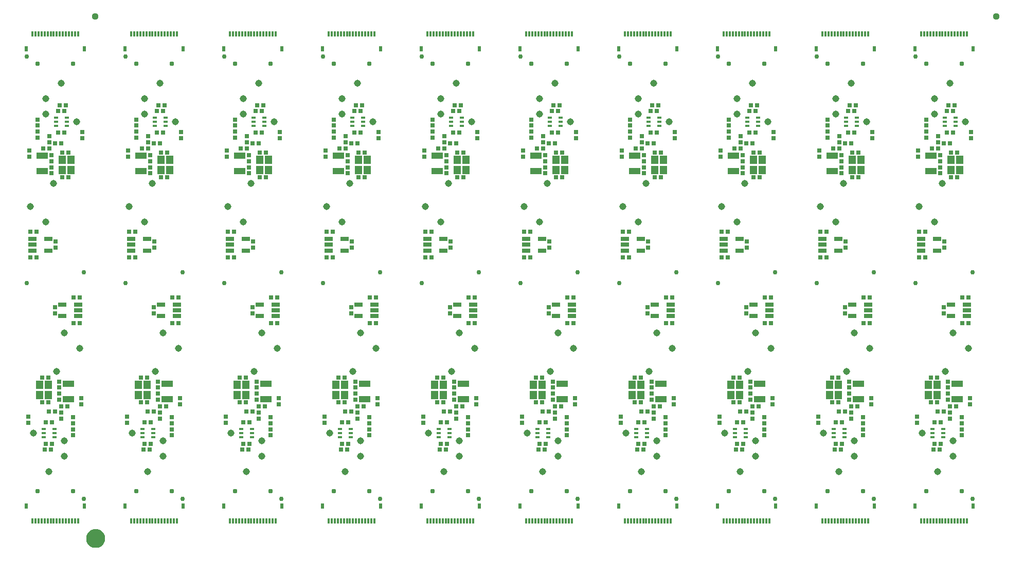
<source format=gbs>
G04 EAGLE Gerber RS-274X export*
G75*
%MOMM*%
%FSLAX34Y34*%
%LPD*%
%INSoldermask Bottom*%
%IPPOS*%
%AMOC8*
5,1,8,0,0,1.08239X$1,22.5*%
G01*
%ADD10C,0.762000*%
%ADD11R,0.427000X0.927000*%
%ADD12R,0.527000X0.927000*%
%ADD13R,0.727000X0.727000*%
%ADD14R,1.227000X1.327000*%
%ADD15R,0.787000X0.427000*%
%ADD16R,1.927000X1.127000*%
%ADD17C,0.777000*%
%ADD18C,1.143000*%
%ADD19R,1.327000X0.677000*%
%ADD20C,1.127000*%
%ADD21C,1.270000*%
%ADD22C,1.627000*%


D10*
X100330Y44450D03*
X6350Y400050D03*
D11*
X15840Y7455D03*
X20840Y7455D03*
D12*
X5840Y32455D03*
X100840Y32455D03*
D11*
X25840Y7455D03*
X30840Y7455D03*
X35840Y7455D03*
X40840Y7455D03*
X45840Y7455D03*
X50840Y7455D03*
X55840Y7455D03*
X60840Y7455D03*
X65840Y7455D03*
X70840Y7455D03*
X75840Y7455D03*
X80840Y7455D03*
X85840Y7455D03*
X90840Y7455D03*
D13*
X72945Y196215D03*
X62945Y196215D03*
D14*
X27825Y214980D03*
X27825Y231980D03*
X41825Y231980D03*
X41825Y214980D03*
D13*
X31830Y243840D03*
X41830Y243840D03*
X41830Y203200D03*
X31830Y203200D03*
X82233Y168673D03*
X82233Y178673D03*
X95885Y199788D03*
X95885Y209788D03*
X38180Y134620D03*
X48180Y134620D03*
X48180Y170180D03*
X38180Y170180D03*
X8573Y179308D03*
X8573Y169308D03*
X62865Y186293D03*
X62865Y176293D03*
X53260Y188278D03*
X43260Y188278D03*
D15*
X52380Y158900D03*
X33980Y152400D03*
X33980Y145900D03*
X33980Y158900D03*
X52380Y152400D03*
X52380Y145900D03*
D16*
X74930Y208480D03*
X74930Y233480D03*
D13*
X59690Y217725D03*
X59690Y207725D03*
X59690Y227410D03*
X59690Y237410D03*
X46275Y125095D03*
X36275Y125095D03*
X82233Y158670D03*
X82233Y148670D03*
D17*
X24440Y56670D03*
X82240Y56670D03*
D13*
X52705Y359965D03*
X52705Y349965D03*
X93900Y375920D03*
X83900Y375920D03*
X83900Y333375D03*
X93900Y333375D03*
D18*
X68580Y139700D03*
X68580Y114300D03*
X55880Y254000D03*
X17780Y152400D03*
X43180Y88900D03*
X93980Y292100D03*
D19*
X91106Y364465D03*
X91106Y354965D03*
X91106Y345465D03*
X65104Y345465D03*
X65104Y364465D03*
D18*
X68580Y317500D03*
D10*
X262890Y44450D03*
X168910Y400050D03*
D11*
X178400Y7455D03*
X183400Y7455D03*
D12*
X168400Y32455D03*
X263400Y32455D03*
D11*
X188400Y7455D03*
X193400Y7455D03*
X198400Y7455D03*
X203400Y7455D03*
X208400Y7455D03*
X213400Y7455D03*
X218400Y7455D03*
X223400Y7455D03*
X228400Y7455D03*
X233400Y7455D03*
X238400Y7455D03*
X243400Y7455D03*
X248400Y7455D03*
X253400Y7455D03*
D13*
X235505Y196215D03*
X225505Y196215D03*
D14*
X190385Y214980D03*
X190385Y231980D03*
X204385Y231980D03*
X204385Y214980D03*
D13*
X194390Y243840D03*
X204390Y243840D03*
X204390Y203200D03*
X194390Y203200D03*
X244793Y168673D03*
X244793Y178673D03*
X258445Y199788D03*
X258445Y209788D03*
X200740Y134620D03*
X210740Y134620D03*
X210740Y170180D03*
X200740Y170180D03*
X171133Y179308D03*
X171133Y169308D03*
X225425Y186293D03*
X225425Y176293D03*
X215820Y188278D03*
X205820Y188278D03*
D15*
X214940Y158900D03*
X196540Y152400D03*
X196540Y145900D03*
X196540Y158900D03*
X214940Y152400D03*
X214940Y145900D03*
D16*
X237490Y208480D03*
X237490Y233480D03*
D13*
X222250Y217725D03*
X222250Y207725D03*
X222250Y227410D03*
X222250Y237410D03*
X208835Y125095D03*
X198835Y125095D03*
X244793Y158670D03*
X244793Y148670D03*
D17*
X187000Y56670D03*
X244800Y56670D03*
D13*
X215265Y359965D03*
X215265Y349965D03*
X256460Y375920D03*
X246460Y375920D03*
X246460Y333375D03*
X256460Y333375D03*
D18*
X231140Y139700D03*
X231140Y114300D03*
X218440Y254000D03*
X180340Y152400D03*
X205740Y88900D03*
X256540Y292100D03*
D19*
X253666Y364465D03*
X253666Y354965D03*
X253666Y345465D03*
X227664Y345465D03*
X227664Y364465D03*
D18*
X231140Y317500D03*
D10*
X425450Y44450D03*
X331470Y400050D03*
D11*
X340960Y7455D03*
X345960Y7455D03*
D12*
X330960Y32455D03*
X425960Y32455D03*
D11*
X350960Y7455D03*
X355960Y7455D03*
X360960Y7455D03*
X365960Y7455D03*
X370960Y7455D03*
X375960Y7455D03*
X380960Y7455D03*
X385960Y7455D03*
X390960Y7455D03*
X395960Y7455D03*
X400960Y7455D03*
X405960Y7455D03*
X410960Y7455D03*
X415960Y7455D03*
D13*
X398065Y196215D03*
X388065Y196215D03*
D14*
X352945Y214980D03*
X352945Y231980D03*
X366945Y231980D03*
X366945Y214980D03*
D13*
X356950Y243840D03*
X366950Y243840D03*
X366950Y203200D03*
X356950Y203200D03*
X407353Y168673D03*
X407353Y178673D03*
X421005Y199788D03*
X421005Y209788D03*
X363300Y134620D03*
X373300Y134620D03*
X373300Y170180D03*
X363300Y170180D03*
X333693Y179308D03*
X333693Y169308D03*
X387985Y186293D03*
X387985Y176293D03*
X378380Y188278D03*
X368380Y188278D03*
D15*
X377500Y158900D03*
X359100Y152400D03*
X359100Y145900D03*
X359100Y158900D03*
X377500Y152400D03*
X377500Y145900D03*
D16*
X400050Y208480D03*
X400050Y233480D03*
D13*
X384810Y217725D03*
X384810Y207725D03*
X384810Y227410D03*
X384810Y237410D03*
X371395Y125095D03*
X361395Y125095D03*
X407353Y158670D03*
X407353Y148670D03*
D17*
X349560Y56670D03*
X407360Y56670D03*
D13*
X377825Y359965D03*
X377825Y349965D03*
X419020Y375920D03*
X409020Y375920D03*
X409020Y333375D03*
X419020Y333375D03*
D18*
X393700Y139700D03*
X393700Y114300D03*
X381000Y254000D03*
X342900Y152400D03*
X368300Y88900D03*
X419100Y292100D03*
D19*
X416226Y364465D03*
X416226Y354965D03*
X416226Y345465D03*
X390224Y345465D03*
X390224Y364465D03*
D18*
X393700Y317500D03*
D10*
X588010Y44450D03*
X494030Y400050D03*
D11*
X503520Y7455D03*
X508520Y7455D03*
D12*
X493520Y32455D03*
X588520Y32455D03*
D11*
X513520Y7455D03*
X518520Y7455D03*
X523520Y7455D03*
X528520Y7455D03*
X533520Y7455D03*
X538520Y7455D03*
X543520Y7455D03*
X548520Y7455D03*
X553520Y7455D03*
X558520Y7455D03*
X563520Y7455D03*
X568520Y7455D03*
X573520Y7455D03*
X578520Y7455D03*
D13*
X560625Y196215D03*
X550625Y196215D03*
D14*
X515505Y214980D03*
X515505Y231980D03*
X529505Y231980D03*
X529505Y214980D03*
D13*
X519510Y243840D03*
X529510Y243840D03*
X529510Y203200D03*
X519510Y203200D03*
X569913Y168673D03*
X569913Y178673D03*
X583565Y199788D03*
X583565Y209788D03*
X525860Y134620D03*
X535860Y134620D03*
X535860Y170180D03*
X525860Y170180D03*
X496253Y179308D03*
X496253Y169308D03*
X550545Y186293D03*
X550545Y176293D03*
X540940Y188278D03*
X530940Y188278D03*
D15*
X540060Y158900D03*
X521660Y152400D03*
X521660Y145900D03*
X521660Y158900D03*
X540060Y152400D03*
X540060Y145900D03*
D16*
X562610Y208480D03*
X562610Y233480D03*
D13*
X547370Y217725D03*
X547370Y207725D03*
X547370Y227410D03*
X547370Y237410D03*
X533955Y125095D03*
X523955Y125095D03*
X569913Y158670D03*
X569913Y148670D03*
D17*
X512120Y56670D03*
X569920Y56670D03*
D13*
X540385Y359965D03*
X540385Y349965D03*
X581580Y375920D03*
X571580Y375920D03*
X571580Y333375D03*
X581580Y333375D03*
D18*
X556260Y139700D03*
X556260Y114300D03*
X543560Y254000D03*
X505460Y152400D03*
X530860Y88900D03*
X581660Y292100D03*
D19*
X578786Y364465D03*
X578786Y354965D03*
X578786Y345465D03*
X552784Y345465D03*
X552784Y364465D03*
D18*
X556260Y317500D03*
D10*
X750570Y44450D03*
X656590Y400050D03*
D11*
X666080Y7455D03*
X671080Y7455D03*
D12*
X656080Y32455D03*
X751080Y32455D03*
D11*
X676080Y7455D03*
X681080Y7455D03*
X686080Y7455D03*
X691080Y7455D03*
X696080Y7455D03*
X701080Y7455D03*
X706080Y7455D03*
X711080Y7455D03*
X716080Y7455D03*
X721080Y7455D03*
X726080Y7455D03*
X731080Y7455D03*
X736080Y7455D03*
X741080Y7455D03*
D13*
X723185Y196215D03*
X713185Y196215D03*
D14*
X678065Y214980D03*
X678065Y231980D03*
X692065Y231980D03*
X692065Y214980D03*
D13*
X682070Y243840D03*
X692070Y243840D03*
X692070Y203200D03*
X682070Y203200D03*
X732473Y168673D03*
X732473Y178673D03*
X746125Y199788D03*
X746125Y209788D03*
X688420Y134620D03*
X698420Y134620D03*
X698420Y170180D03*
X688420Y170180D03*
X658813Y179308D03*
X658813Y169308D03*
X713105Y186293D03*
X713105Y176293D03*
X703500Y188278D03*
X693500Y188278D03*
D15*
X702620Y158900D03*
X684220Y152400D03*
X684220Y145900D03*
X684220Y158900D03*
X702620Y152400D03*
X702620Y145900D03*
D16*
X725170Y208480D03*
X725170Y233480D03*
D13*
X709930Y217725D03*
X709930Y207725D03*
X709930Y227410D03*
X709930Y237410D03*
X696515Y125095D03*
X686515Y125095D03*
X732473Y158670D03*
X732473Y148670D03*
D17*
X674680Y56670D03*
X732480Y56670D03*
D13*
X702945Y359965D03*
X702945Y349965D03*
X744140Y375920D03*
X734140Y375920D03*
X734140Y333375D03*
X744140Y333375D03*
D18*
X718820Y139700D03*
X718820Y114300D03*
X706120Y254000D03*
X668020Y152400D03*
X693420Y88900D03*
X744220Y292100D03*
D19*
X741346Y364465D03*
X741346Y354965D03*
X741346Y345465D03*
X715344Y345465D03*
X715344Y364465D03*
D18*
X718820Y317500D03*
D10*
X913130Y44450D03*
X819150Y400050D03*
D11*
X828640Y7455D03*
X833640Y7455D03*
D12*
X818640Y32455D03*
X913640Y32455D03*
D11*
X838640Y7455D03*
X843640Y7455D03*
X848640Y7455D03*
X853640Y7455D03*
X858640Y7455D03*
X863640Y7455D03*
X868640Y7455D03*
X873640Y7455D03*
X878640Y7455D03*
X883640Y7455D03*
X888640Y7455D03*
X893640Y7455D03*
X898640Y7455D03*
X903640Y7455D03*
D13*
X885745Y196215D03*
X875745Y196215D03*
D14*
X840625Y214980D03*
X840625Y231980D03*
X854625Y231980D03*
X854625Y214980D03*
D13*
X844630Y243840D03*
X854630Y243840D03*
X854630Y203200D03*
X844630Y203200D03*
X895033Y168673D03*
X895033Y178673D03*
X908685Y199788D03*
X908685Y209788D03*
X850980Y134620D03*
X860980Y134620D03*
X860980Y170180D03*
X850980Y170180D03*
X821373Y179308D03*
X821373Y169308D03*
X875665Y186293D03*
X875665Y176293D03*
X866060Y188278D03*
X856060Y188278D03*
D15*
X865180Y158900D03*
X846780Y152400D03*
X846780Y145900D03*
X846780Y158900D03*
X865180Y152400D03*
X865180Y145900D03*
D16*
X887730Y208480D03*
X887730Y233480D03*
D13*
X872490Y217725D03*
X872490Y207725D03*
X872490Y227410D03*
X872490Y237410D03*
X859075Y125095D03*
X849075Y125095D03*
X895033Y158670D03*
X895033Y148670D03*
D17*
X837240Y56670D03*
X895040Y56670D03*
D13*
X865505Y359965D03*
X865505Y349965D03*
X906700Y375920D03*
X896700Y375920D03*
X896700Y333375D03*
X906700Y333375D03*
D18*
X881380Y139700D03*
X881380Y114300D03*
X868680Y254000D03*
X830580Y152400D03*
X855980Y88900D03*
X906780Y292100D03*
D19*
X903906Y364465D03*
X903906Y354965D03*
X903906Y345465D03*
X877904Y345465D03*
X877904Y364465D03*
D18*
X881380Y317500D03*
D10*
X1075690Y44450D03*
X981710Y400050D03*
D11*
X991200Y7455D03*
X996200Y7455D03*
D12*
X981200Y32455D03*
X1076200Y32455D03*
D11*
X1001200Y7455D03*
X1006200Y7455D03*
X1011200Y7455D03*
X1016200Y7455D03*
X1021200Y7455D03*
X1026200Y7455D03*
X1031200Y7455D03*
X1036200Y7455D03*
X1041200Y7455D03*
X1046200Y7455D03*
X1051200Y7455D03*
X1056200Y7455D03*
X1061200Y7455D03*
X1066200Y7455D03*
D13*
X1048305Y196215D03*
X1038305Y196215D03*
D14*
X1003185Y214980D03*
X1003185Y231980D03*
X1017185Y231980D03*
X1017185Y214980D03*
D13*
X1007190Y243840D03*
X1017190Y243840D03*
X1017190Y203200D03*
X1007190Y203200D03*
X1057593Y168673D03*
X1057593Y178673D03*
X1071245Y199788D03*
X1071245Y209788D03*
X1013540Y134620D03*
X1023540Y134620D03*
X1023540Y170180D03*
X1013540Y170180D03*
X983933Y179308D03*
X983933Y169308D03*
X1038225Y186293D03*
X1038225Y176293D03*
X1028620Y188278D03*
X1018620Y188278D03*
D15*
X1027740Y158900D03*
X1009340Y152400D03*
X1009340Y145900D03*
X1009340Y158900D03*
X1027740Y152400D03*
X1027740Y145900D03*
D16*
X1050290Y208480D03*
X1050290Y233480D03*
D13*
X1035050Y217725D03*
X1035050Y207725D03*
X1035050Y227410D03*
X1035050Y237410D03*
X1021635Y125095D03*
X1011635Y125095D03*
X1057593Y158670D03*
X1057593Y148670D03*
D17*
X999800Y56670D03*
X1057600Y56670D03*
D13*
X1028065Y359965D03*
X1028065Y349965D03*
X1069260Y375920D03*
X1059260Y375920D03*
X1059260Y333375D03*
X1069260Y333375D03*
D18*
X1043940Y139700D03*
X1043940Y114300D03*
X1031240Y254000D03*
X993140Y152400D03*
X1018540Y88900D03*
X1069340Y292100D03*
D19*
X1066466Y364465D03*
X1066466Y354965D03*
X1066466Y345465D03*
X1040464Y345465D03*
X1040464Y364465D03*
D18*
X1043940Y317500D03*
D10*
X1238250Y44450D03*
X1144270Y400050D03*
D11*
X1153760Y7455D03*
X1158760Y7455D03*
D12*
X1143760Y32455D03*
X1238760Y32455D03*
D11*
X1163760Y7455D03*
X1168760Y7455D03*
X1173760Y7455D03*
X1178760Y7455D03*
X1183760Y7455D03*
X1188760Y7455D03*
X1193760Y7455D03*
X1198760Y7455D03*
X1203760Y7455D03*
X1208760Y7455D03*
X1213760Y7455D03*
X1218760Y7455D03*
X1223760Y7455D03*
X1228760Y7455D03*
D13*
X1210865Y196215D03*
X1200865Y196215D03*
D14*
X1165745Y214980D03*
X1165745Y231980D03*
X1179745Y231980D03*
X1179745Y214980D03*
D13*
X1169750Y243840D03*
X1179750Y243840D03*
X1179750Y203200D03*
X1169750Y203200D03*
X1220153Y168673D03*
X1220153Y178673D03*
X1233805Y199788D03*
X1233805Y209788D03*
X1176100Y134620D03*
X1186100Y134620D03*
X1186100Y170180D03*
X1176100Y170180D03*
X1146493Y179308D03*
X1146493Y169308D03*
X1200785Y186293D03*
X1200785Y176293D03*
X1191180Y188278D03*
X1181180Y188278D03*
D15*
X1190300Y158900D03*
X1171900Y152400D03*
X1171900Y145900D03*
X1171900Y158900D03*
X1190300Y152400D03*
X1190300Y145900D03*
D16*
X1212850Y208480D03*
X1212850Y233480D03*
D13*
X1197610Y217725D03*
X1197610Y207725D03*
X1197610Y227410D03*
X1197610Y237410D03*
X1184195Y125095D03*
X1174195Y125095D03*
X1220153Y158670D03*
X1220153Y148670D03*
D17*
X1162360Y56670D03*
X1220160Y56670D03*
D13*
X1190625Y359965D03*
X1190625Y349965D03*
X1231820Y375920D03*
X1221820Y375920D03*
X1221820Y333375D03*
X1231820Y333375D03*
D18*
X1206500Y139700D03*
X1206500Y114300D03*
X1193800Y254000D03*
X1155700Y152400D03*
X1181100Y88900D03*
X1231900Y292100D03*
D19*
X1229026Y364465D03*
X1229026Y354965D03*
X1229026Y345465D03*
X1203024Y345465D03*
X1203024Y364465D03*
D18*
X1206500Y317500D03*
D10*
X1400810Y44450D03*
X1306830Y400050D03*
D11*
X1316320Y7455D03*
X1321320Y7455D03*
D12*
X1306320Y32455D03*
X1401320Y32455D03*
D11*
X1326320Y7455D03*
X1331320Y7455D03*
X1336320Y7455D03*
X1341320Y7455D03*
X1346320Y7455D03*
X1351320Y7455D03*
X1356320Y7455D03*
X1361320Y7455D03*
X1366320Y7455D03*
X1371320Y7455D03*
X1376320Y7455D03*
X1381320Y7455D03*
X1386320Y7455D03*
X1391320Y7455D03*
D13*
X1373425Y196215D03*
X1363425Y196215D03*
D14*
X1328305Y214980D03*
X1328305Y231980D03*
X1342305Y231980D03*
X1342305Y214980D03*
D13*
X1332310Y243840D03*
X1342310Y243840D03*
X1342310Y203200D03*
X1332310Y203200D03*
X1382713Y168673D03*
X1382713Y178673D03*
X1396365Y199788D03*
X1396365Y209788D03*
X1338660Y134620D03*
X1348660Y134620D03*
X1348660Y170180D03*
X1338660Y170180D03*
X1309053Y179308D03*
X1309053Y169308D03*
X1363345Y186293D03*
X1363345Y176293D03*
X1353740Y188278D03*
X1343740Y188278D03*
D15*
X1352860Y158900D03*
X1334460Y152400D03*
X1334460Y145900D03*
X1334460Y158900D03*
X1352860Y152400D03*
X1352860Y145900D03*
D16*
X1375410Y208480D03*
X1375410Y233480D03*
D13*
X1360170Y217725D03*
X1360170Y207725D03*
X1360170Y227410D03*
X1360170Y237410D03*
X1346755Y125095D03*
X1336755Y125095D03*
X1382713Y158670D03*
X1382713Y148670D03*
D17*
X1324920Y56670D03*
X1382720Y56670D03*
D13*
X1353185Y359965D03*
X1353185Y349965D03*
X1394380Y375920D03*
X1384380Y375920D03*
X1384380Y333375D03*
X1394380Y333375D03*
D18*
X1369060Y139700D03*
X1369060Y114300D03*
X1356360Y254000D03*
X1318260Y152400D03*
X1343660Y88900D03*
X1394460Y292100D03*
D19*
X1391586Y364465D03*
X1391586Y354965D03*
X1391586Y345465D03*
X1365584Y345465D03*
X1365584Y364465D03*
D18*
X1369060Y317500D03*
D10*
X1563370Y44450D03*
X1469390Y400050D03*
D11*
X1478880Y7455D03*
X1483880Y7455D03*
D12*
X1468880Y32455D03*
X1563880Y32455D03*
D11*
X1488880Y7455D03*
X1493880Y7455D03*
X1498880Y7455D03*
X1503880Y7455D03*
X1508880Y7455D03*
X1513880Y7455D03*
X1518880Y7455D03*
X1523880Y7455D03*
X1528880Y7455D03*
X1533880Y7455D03*
X1538880Y7455D03*
X1543880Y7455D03*
X1548880Y7455D03*
X1553880Y7455D03*
D13*
X1535985Y196215D03*
X1525985Y196215D03*
D14*
X1490865Y214980D03*
X1490865Y231980D03*
X1504865Y231980D03*
X1504865Y214980D03*
D13*
X1494870Y243840D03*
X1504870Y243840D03*
X1504870Y203200D03*
X1494870Y203200D03*
X1545273Y168673D03*
X1545273Y178673D03*
X1558925Y199788D03*
X1558925Y209788D03*
X1501220Y134620D03*
X1511220Y134620D03*
X1511220Y170180D03*
X1501220Y170180D03*
X1471613Y179308D03*
X1471613Y169308D03*
X1525905Y186293D03*
X1525905Y176293D03*
X1516300Y188278D03*
X1506300Y188278D03*
D15*
X1515420Y158900D03*
X1497020Y152400D03*
X1497020Y145900D03*
X1497020Y158900D03*
X1515420Y152400D03*
X1515420Y145900D03*
D16*
X1537970Y208480D03*
X1537970Y233480D03*
D13*
X1522730Y217725D03*
X1522730Y207725D03*
X1522730Y227410D03*
X1522730Y237410D03*
X1509315Y125095D03*
X1499315Y125095D03*
X1545273Y158670D03*
X1545273Y148670D03*
D17*
X1487480Y56670D03*
X1545280Y56670D03*
D13*
X1515745Y359965D03*
X1515745Y349965D03*
X1556940Y375920D03*
X1546940Y375920D03*
X1546940Y333375D03*
X1556940Y333375D03*
D18*
X1531620Y139700D03*
X1531620Y114300D03*
X1518920Y254000D03*
X1480820Y152400D03*
X1506220Y88900D03*
X1557020Y292100D03*
D19*
X1554146Y364465D03*
X1554146Y354965D03*
X1554146Y345465D03*
X1528144Y345465D03*
X1528144Y364465D03*
D18*
X1531620Y317500D03*
D10*
X6350Y773430D03*
X100330Y417830D03*
D11*
X90840Y810425D03*
X85840Y810425D03*
D12*
X100840Y785425D03*
X5840Y785425D03*
D11*
X80840Y810425D03*
X75840Y810425D03*
X70840Y810425D03*
X65840Y810425D03*
X60840Y810425D03*
X55840Y810425D03*
X50840Y810425D03*
X45840Y810425D03*
X40840Y810425D03*
X35840Y810425D03*
X30840Y810425D03*
X25840Y810425D03*
X20840Y810425D03*
X15840Y810425D03*
D13*
X33735Y621665D03*
X43735Y621665D03*
D14*
X78855Y602900D03*
X78855Y585900D03*
X64855Y585900D03*
X64855Y602900D03*
D13*
X74850Y574040D03*
X64850Y574040D03*
X64850Y614680D03*
X74850Y614680D03*
X24448Y649208D03*
X24448Y639208D03*
X10795Y618093D03*
X10795Y608093D03*
X68500Y683260D03*
X58500Y683260D03*
X58500Y647700D03*
X68500Y647700D03*
X98108Y638573D03*
X98108Y648573D03*
X43815Y631588D03*
X43815Y641588D03*
X53420Y629603D03*
X63420Y629603D03*
D15*
X54300Y658980D03*
X72700Y665480D03*
X72700Y671980D03*
X72700Y658980D03*
X54300Y665480D03*
X54300Y671980D03*
D16*
X31750Y609400D03*
X31750Y584400D03*
D13*
X46990Y600155D03*
X46990Y610155D03*
X46990Y590470D03*
X46990Y580470D03*
X60405Y692785D03*
X70405Y692785D03*
X24448Y659210D03*
X24448Y669210D03*
D17*
X82240Y761210D03*
X24440Y761210D03*
D13*
X53975Y457915D03*
X53975Y467915D03*
X12780Y441960D03*
X22780Y441960D03*
X22780Y484505D03*
X12780Y484505D03*
D18*
X38100Y678180D03*
X38100Y703580D03*
X50800Y563880D03*
X88900Y665480D03*
X63500Y728980D03*
X12700Y525780D03*
D19*
X15574Y453415D03*
X15574Y462915D03*
X15574Y472415D03*
X41576Y472415D03*
X41576Y453415D03*
D18*
X38100Y500380D03*
D10*
X168910Y773430D03*
X262890Y417830D03*
D11*
X253400Y810425D03*
X248400Y810425D03*
D12*
X263400Y785425D03*
X168400Y785425D03*
D11*
X243400Y810425D03*
X238400Y810425D03*
X233400Y810425D03*
X228400Y810425D03*
X223400Y810425D03*
X218400Y810425D03*
X213400Y810425D03*
X208400Y810425D03*
X203400Y810425D03*
X198400Y810425D03*
X193400Y810425D03*
X188400Y810425D03*
X183400Y810425D03*
X178400Y810425D03*
D13*
X196295Y621665D03*
X206295Y621665D03*
D14*
X241415Y602900D03*
X241415Y585900D03*
X227415Y585900D03*
X227415Y602900D03*
D13*
X237410Y574040D03*
X227410Y574040D03*
X227410Y614680D03*
X237410Y614680D03*
X187008Y649208D03*
X187008Y639208D03*
X173355Y618093D03*
X173355Y608093D03*
X231060Y683260D03*
X221060Y683260D03*
X221060Y647700D03*
X231060Y647700D03*
X260668Y638573D03*
X260668Y648573D03*
X206375Y631588D03*
X206375Y641588D03*
X215980Y629603D03*
X225980Y629603D03*
D15*
X216860Y658980D03*
X235260Y665480D03*
X235260Y671980D03*
X235260Y658980D03*
X216860Y665480D03*
X216860Y671980D03*
D16*
X194310Y609400D03*
X194310Y584400D03*
D13*
X209550Y600155D03*
X209550Y610155D03*
X209550Y590470D03*
X209550Y580470D03*
X222965Y692785D03*
X232965Y692785D03*
X187008Y659210D03*
X187008Y669210D03*
D17*
X244800Y761210D03*
X187000Y761210D03*
D13*
X216535Y457915D03*
X216535Y467915D03*
X175340Y441960D03*
X185340Y441960D03*
X185340Y484505D03*
X175340Y484505D03*
D18*
X200660Y678180D03*
X200660Y703580D03*
X213360Y563880D03*
X251460Y665480D03*
X226060Y728980D03*
X175260Y525780D03*
D19*
X178134Y453415D03*
X178134Y462915D03*
X178134Y472415D03*
X204136Y472415D03*
X204136Y453415D03*
D18*
X200660Y500380D03*
D10*
X331470Y773430D03*
X425450Y417830D03*
D11*
X415960Y810425D03*
X410960Y810425D03*
D12*
X425960Y785425D03*
X330960Y785425D03*
D11*
X405960Y810425D03*
X400960Y810425D03*
X395960Y810425D03*
X390960Y810425D03*
X385960Y810425D03*
X380960Y810425D03*
X375960Y810425D03*
X370960Y810425D03*
X365960Y810425D03*
X360960Y810425D03*
X355960Y810425D03*
X350960Y810425D03*
X345960Y810425D03*
X340960Y810425D03*
D13*
X358855Y621665D03*
X368855Y621665D03*
D14*
X403975Y602900D03*
X403975Y585900D03*
X389975Y585900D03*
X389975Y602900D03*
D13*
X399970Y574040D03*
X389970Y574040D03*
X389970Y614680D03*
X399970Y614680D03*
X349568Y649208D03*
X349568Y639208D03*
X335915Y618093D03*
X335915Y608093D03*
X393620Y683260D03*
X383620Y683260D03*
X383620Y647700D03*
X393620Y647700D03*
X423228Y638573D03*
X423228Y648573D03*
X368935Y631588D03*
X368935Y641588D03*
X378540Y629603D03*
X388540Y629603D03*
D15*
X379420Y658980D03*
X397820Y665480D03*
X397820Y671980D03*
X397820Y658980D03*
X379420Y665480D03*
X379420Y671980D03*
D16*
X356870Y609400D03*
X356870Y584400D03*
D13*
X372110Y600155D03*
X372110Y610155D03*
X372110Y590470D03*
X372110Y580470D03*
X385525Y692785D03*
X395525Y692785D03*
X349568Y659210D03*
X349568Y669210D03*
D17*
X407360Y761210D03*
X349560Y761210D03*
D13*
X379095Y457915D03*
X379095Y467915D03*
X337900Y441960D03*
X347900Y441960D03*
X347900Y484505D03*
X337900Y484505D03*
D18*
X363220Y678180D03*
X363220Y703580D03*
X375920Y563880D03*
X414020Y665480D03*
X388620Y728980D03*
X337820Y525780D03*
D19*
X340694Y453415D03*
X340694Y462915D03*
X340694Y472415D03*
X366696Y472415D03*
X366696Y453415D03*
D18*
X363220Y500380D03*
D10*
X494030Y773430D03*
X588010Y417830D03*
D11*
X578520Y810425D03*
X573520Y810425D03*
D12*
X588520Y785425D03*
X493520Y785425D03*
D11*
X568520Y810425D03*
X563520Y810425D03*
X558520Y810425D03*
X553520Y810425D03*
X548520Y810425D03*
X543520Y810425D03*
X538520Y810425D03*
X533520Y810425D03*
X528520Y810425D03*
X523520Y810425D03*
X518520Y810425D03*
X513520Y810425D03*
X508520Y810425D03*
X503520Y810425D03*
D13*
X521415Y621665D03*
X531415Y621665D03*
D14*
X566535Y602900D03*
X566535Y585900D03*
X552535Y585900D03*
X552535Y602900D03*
D13*
X562530Y574040D03*
X552530Y574040D03*
X552530Y614680D03*
X562530Y614680D03*
X512128Y649208D03*
X512128Y639208D03*
X498475Y618093D03*
X498475Y608093D03*
X556180Y683260D03*
X546180Y683260D03*
X546180Y647700D03*
X556180Y647700D03*
X585788Y638573D03*
X585788Y648573D03*
X531495Y631588D03*
X531495Y641588D03*
X541100Y629603D03*
X551100Y629603D03*
D15*
X541980Y658980D03*
X560380Y665480D03*
X560380Y671980D03*
X560380Y658980D03*
X541980Y665480D03*
X541980Y671980D03*
D16*
X519430Y609400D03*
X519430Y584400D03*
D13*
X534670Y600155D03*
X534670Y610155D03*
X534670Y590470D03*
X534670Y580470D03*
X548085Y692785D03*
X558085Y692785D03*
X512128Y659210D03*
X512128Y669210D03*
D17*
X569920Y761210D03*
X512120Y761210D03*
D13*
X541655Y457915D03*
X541655Y467915D03*
X500460Y441960D03*
X510460Y441960D03*
X510460Y484505D03*
X500460Y484505D03*
D18*
X525780Y678180D03*
X525780Y703580D03*
X538480Y563880D03*
X576580Y665480D03*
X551180Y728980D03*
X500380Y525780D03*
D19*
X503254Y453415D03*
X503254Y462915D03*
X503254Y472415D03*
X529256Y472415D03*
X529256Y453415D03*
D18*
X525780Y500380D03*
D10*
X656590Y773430D03*
X750570Y417830D03*
D11*
X741080Y810425D03*
X736080Y810425D03*
D12*
X751080Y785425D03*
X656080Y785425D03*
D11*
X731080Y810425D03*
X726080Y810425D03*
X721080Y810425D03*
X716080Y810425D03*
X711080Y810425D03*
X706080Y810425D03*
X701080Y810425D03*
X696080Y810425D03*
X691080Y810425D03*
X686080Y810425D03*
X681080Y810425D03*
X676080Y810425D03*
X671080Y810425D03*
X666080Y810425D03*
D13*
X683975Y621665D03*
X693975Y621665D03*
D14*
X729095Y602900D03*
X729095Y585900D03*
X715095Y585900D03*
X715095Y602900D03*
D13*
X725090Y574040D03*
X715090Y574040D03*
X715090Y614680D03*
X725090Y614680D03*
X674688Y649208D03*
X674688Y639208D03*
X661035Y618093D03*
X661035Y608093D03*
X718740Y683260D03*
X708740Y683260D03*
X708740Y647700D03*
X718740Y647700D03*
X748348Y638573D03*
X748348Y648573D03*
X694055Y631588D03*
X694055Y641588D03*
X703660Y629603D03*
X713660Y629603D03*
D15*
X704540Y658980D03*
X722940Y665480D03*
X722940Y671980D03*
X722940Y658980D03*
X704540Y665480D03*
X704540Y671980D03*
D16*
X681990Y609400D03*
X681990Y584400D03*
D13*
X697230Y600155D03*
X697230Y610155D03*
X697230Y590470D03*
X697230Y580470D03*
X710645Y692785D03*
X720645Y692785D03*
X674688Y659210D03*
X674688Y669210D03*
D17*
X732480Y761210D03*
X674680Y761210D03*
D13*
X704215Y457915D03*
X704215Y467915D03*
X663020Y441960D03*
X673020Y441960D03*
X673020Y484505D03*
X663020Y484505D03*
D18*
X688340Y678180D03*
X688340Y703580D03*
X701040Y563880D03*
X739140Y665480D03*
X713740Y728980D03*
X662940Y525780D03*
D19*
X665814Y453415D03*
X665814Y462915D03*
X665814Y472415D03*
X691816Y472415D03*
X691816Y453415D03*
D18*
X688340Y500380D03*
D10*
X819150Y773430D03*
X913130Y417830D03*
D11*
X903640Y810425D03*
X898640Y810425D03*
D12*
X913640Y785425D03*
X818640Y785425D03*
D11*
X893640Y810425D03*
X888640Y810425D03*
X883640Y810425D03*
X878640Y810425D03*
X873640Y810425D03*
X868640Y810425D03*
X863640Y810425D03*
X858640Y810425D03*
X853640Y810425D03*
X848640Y810425D03*
X843640Y810425D03*
X838640Y810425D03*
X833640Y810425D03*
X828640Y810425D03*
D13*
X846535Y621665D03*
X856535Y621665D03*
D14*
X891655Y602900D03*
X891655Y585900D03*
X877655Y585900D03*
X877655Y602900D03*
D13*
X887650Y574040D03*
X877650Y574040D03*
X877650Y614680D03*
X887650Y614680D03*
X837248Y649208D03*
X837248Y639208D03*
X823595Y618093D03*
X823595Y608093D03*
X881300Y683260D03*
X871300Y683260D03*
X871300Y647700D03*
X881300Y647700D03*
X910908Y638573D03*
X910908Y648573D03*
X856615Y631588D03*
X856615Y641588D03*
X866220Y629603D03*
X876220Y629603D03*
D15*
X867100Y658980D03*
X885500Y665480D03*
X885500Y671980D03*
X885500Y658980D03*
X867100Y665480D03*
X867100Y671980D03*
D16*
X844550Y609400D03*
X844550Y584400D03*
D13*
X859790Y600155D03*
X859790Y610155D03*
X859790Y590470D03*
X859790Y580470D03*
X873205Y692785D03*
X883205Y692785D03*
X837248Y659210D03*
X837248Y669210D03*
D17*
X895040Y761210D03*
X837240Y761210D03*
D13*
X866775Y457915D03*
X866775Y467915D03*
X825580Y441960D03*
X835580Y441960D03*
X835580Y484505D03*
X825580Y484505D03*
D18*
X850900Y678180D03*
X850900Y703580D03*
X863600Y563880D03*
X901700Y665480D03*
X876300Y728980D03*
X825500Y525780D03*
D19*
X828374Y453415D03*
X828374Y462915D03*
X828374Y472415D03*
X854376Y472415D03*
X854376Y453415D03*
D18*
X850900Y500380D03*
D10*
X981710Y773430D03*
X1075690Y417830D03*
D11*
X1066200Y810425D03*
X1061200Y810425D03*
D12*
X1076200Y785425D03*
X981200Y785425D03*
D11*
X1056200Y810425D03*
X1051200Y810425D03*
X1046200Y810425D03*
X1041200Y810425D03*
X1036200Y810425D03*
X1031200Y810425D03*
X1026200Y810425D03*
X1021200Y810425D03*
X1016200Y810425D03*
X1011200Y810425D03*
X1006200Y810425D03*
X1001200Y810425D03*
X996200Y810425D03*
X991200Y810425D03*
D13*
X1009095Y621665D03*
X1019095Y621665D03*
D14*
X1054215Y602900D03*
X1054215Y585900D03*
X1040215Y585900D03*
X1040215Y602900D03*
D13*
X1050210Y574040D03*
X1040210Y574040D03*
X1040210Y614680D03*
X1050210Y614680D03*
X999808Y649208D03*
X999808Y639208D03*
X986155Y618093D03*
X986155Y608093D03*
X1043860Y683260D03*
X1033860Y683260D03*
X1033860Y647700D03*
X1043860Y647700D03*
X1073468Y638573D03*
X1073468Y648573D03*
X1019175Y631588D03*
X1019175Y641588D03*
X1028780Y629603D03*
X1038780Y629603D03*
D15*
X1029660Y658980D03*
X1048060Y665480D03*
X1048060Y671980D03*
X1048060Y658980D03*
X1029660Y665480D03*
X1029660Y671980D03*
D16*
X1007110Y609400D03*
X1007110Y584400D03*
D13*
X1022350Y600155D03*
X1022350Y610155D03*
X1022350Y590470D03*
X1022350Y580470D03*
X1035765Y692785D03*
X1045765Y692785D03*
X999808Y659210D03*
X999808Y669210D03*
D17*
X1057600Y761210D03*
X999800Y761210D03*
D13*
X1029335Y457915D03*
X1029335Y467915D03*
X988140Y441960D03*
X998140Y441960D03*
X998140Y484505D03*
X988140Y484505D03*
D18*
X1013460Y678180D03*
X1013460Y703580D03*
X1026160Y563880D03*
X1064260Y665480D03*
X1038860Y728980D03*
X988060Y525780D03*
D19*
X990934Y453415D03*
X990934Y462915D03*
X990934Y472415D03*
X1016936Y472415D03*
X1016936Y453415D03*
D18*
X1013460Y500380D03*
D10*
X1144270Y773430D03*
X1238250Y417830D03*
D11*
X1228760Y810425D03*
X1223760Y810425D03*
D12*
X1238760Y785425D03*
X1143760Y785425D03*
D11*
X1218760Y810425D03*
X1213760Y810425D03*
X1208760Y810425D03*
X1203760Y810425D03*
X1198760Y810425D03*
X1193760Y810425D03*
X1188760Y810425D03*
X1183760Y810425D03*
X1178760Y810425D03*
X1173760Y810425D03*
X1168760Y810425D03*
X1163760Y810425D03*
X1158760Y810425D03*
X1153760Y810425D03*
D13*
X1171655Y621665D03*
X1181655Y621665D03*
D14*
X1216775Y602900D03*
X1216775Y585900D03*
X1202775Y585900D03*
X1202775Y602900D03*
D13*
X1212770Y574040D03*
X1202770Y574040D03*
X1202770Y614680D03*
X1212770Y614680D03*
X1162368Y649208D03*
X1162368Y639208D03*
X1148715Y618093D03*
X1148715Y608093D03*
X1206420Y683260D03*
X1196420Y683260D03*
X1196420Y647700D03*
X1206420Y647700D03*
X1236028Y638573D03*
X1236028Y648573D03*
X1181735Y631588D03*
X1181735Y641588D03*
X1191340Y629603D03*
X1201340Y629603D03*
D15*
X1192220Y658980D03*
X1210620Y665480D03*
X1210620Y671980D03*
X1210620Y658980D03*
X1192220Y665480D03*
X1192220Y671980D03*
D16*
X1169670Y609400D03*
X1169670Y584400D03*
D13*
X1184910Y600155D03*
X1184910Y610155D03*
X1184910Y590470D03*
X1184910Y580470D03*
X1198325Y692785D03*
X1208325Y692785D03*
X1162368Y659210D03*
X1162368Y669210D03*
D17*
X1220160Y761210D03*
X1162360Y761210D03*
D13*
X1191895Y457915D03*
X1191895Y467915D03*
X1150700Y441960D03*
X1160700Y441960D03*
X1160700Y484505D03*
X1150700Y484505D03*
D18*
X1176020Y678180D03*
X1176020Y703580D03*
X1188720Y563880D03*
X1226820Y665480D03*
X1201420Y728980D03*
X1150620Y525780D03*
D19*
X1153494Y453415D03*
X1153494Y462915D03*
X1153494Y472415D03*
X1179496Y472415D03*
X1179496Y453415D03*
D18*
X1176020Y500380D03*
D10*
X1306830Y773430D03*
X1400810Y417830D03*
D11*
X1391320Y810425D03*
X1386320Y810425D03*
D12*
X1401320Y785425D03*
X1306320Y785425D03*
D11*
X1381320Y810425D03*
X1376320Y810425D03*
X1371320Y810425D03*
X1366320Y810425D03*
X1361320Y810425D03*
X1356320Y810425D03*
X1351320Y810425D03*
X1346320Y810425D03*
X1341320Y810425D03*
X1336320Y810425D03*
X1331320Y810425D03*
X1326320Y810425D03*
X1321320Y810425D03*
X1316320Y810425D03*
D13*
X1334215Y621665D03*
X1344215Y621665D03*
D14*
X1379335Y602900D03*
X1379335Y585900D03*
X1365335Y585900D03*
X1365335Y602900D03*
D13*
X1375330Y574040D03*
X1365330Y574040D03*
X1365330Y614680D03*
X1375330Y614680D03*
X1324928Y649208D03*
X1324928Y639208D03*
X1311275Y618093D03*
X1311275Y608093D03*
X1368980Y683260D03*
X1358980Y683260D03*
X1358980Y647700D03*
X1368980Y647700D03*
X1398588Y638573D03*
X1398588Y648573D03*
X1344295Y631588D03*
X1344295Y641588D03*
X1353900Y629603D03*
X1363900Y629603D03*
D15*
X1354780Y658980D03*
X1373180Y665480D03*
X1373180Y671980D03*
X1373180Y658980D03*
X1354780Y665480D03*
X1354780Y671980D03*
D16*
X1332230Y609400D03*
X1332230Y584400D03*
D13*
X1347470Y600155D03*
X1347470Y610155D03*
X1347470Y590470D03*
X1347470Y580470D03*
X1360885Y692785D03*
X1370885Y692785D03*
X1324928Y659210D03*
X1324928Y669210D03*
D17*
X1382720Y761210D03*
X1324920Y761210D03*
D13*
X1354455Y457915D03*
X1354455Y467915D03*
X1313260Y441960D03*
X1323260Y441960D03*
X1323260Y484505D03*
X1313260Y484505D03*
D18*
X1338580Y678180D03*
X1338580Y703580D03*
X1351280Y563880D03*
X1389380Y665480D03*
X1363980Y728980D03*
X1313180Y525780D03*
D19*
X1316054Y453415D03*
X1316054Y462915D03*
X1316054Y472415D03*
X1342056Y472415D03*
X1342056Y453415D03*
D18*
X1338580Y500380D03*
D10*
X1469390Y773430D03*
X1563370Y417830D03*
D11*
X1553880Y810425D03*
X1548880Y810425D03*
D12*
X1563880Y785425D03*
X1468880Y785425D03*
D11*
X1543880Y810425D03*
X1538880Y810425D03*
X1533880Y810425D03*
X1528880Y810425D03*
X1523880Y810425D03*
X1518880Y810425D03*
X1513880Y810425D03*
X1508880Y810425D03*
X1503880Y810425D03*
X1498880Y810425D03*
X1493880Y810425D03*
X1488880Y810425D03*
X1483880Y810425D03*
X1478880Y810425D03*
D13*
X1496775Y621665D03*
X1506775Y621665D03*
D14*
X1541895Y602900D03*
X1541895Y585900D03*
X1527895Y585900D03*
X1527895Y602900D03*
D13*
X1537890Y574040D03*
X1527890Y574040D03*
X1527890Y614680D03*
X1537890Y614680D03*
X1487488Y649208D03*
X1487488Y639208D03*
X1473835Y618093D03*
X1473835Y608093D03*
X1531540Y683260D03*
X1521540Y683260D03*
X1521540Y647700D03*
X1531540Y647700D03*
X1561148Y638573D03*
X1561148Y648573D03*
X1506855Y631588D03*
X1506855Y641588D03*
X1516460Y629603D03*
X1526460Y629603D03*
D15*
X1517340Y658980D03*
X1535740Y665480D03*
X1535740Y671980D03*
X1535740Y658980D03*
X1517340Y665480D03*
X1517340Y671980D03*
D16*
X1494790Y609400D03*
X1494790Y584400D03*
D13*
X1510030Y600155D03*
X1510030Y610155D03*
X1510030Y590470D03*
X1510030Y580470D03*
X1523445Y692785D03*
X1533445Y692785D03*
X1487488Y659210D03*
X1487488Y669210D03*
D17*
X1545280Y761210D03*
X1487480Y761210D03*
D13*
X1517015Y457915D03*
X1517015Y467915D03*
X1475820Y441960D03*
X1485820Y441960D03*
X1485820Y484505D03*
X1475820Y484505D03*
D18*
X1501140Y678180D03*
X1501140Y703580D03*
X1513840Y563880D03*
X1551940Y665480D03*
X1526540Y728980D03*
X1475740Y525780D03*
D19*
X1478614Y453415D03*
X1478614Y462915D03*
X1478614Y472415D03*
X1504616Y472415D03*
X1504616Y453415D03*
D18*
X1501140Y500380D03*
D20*
X119380Y838835D03*
X1602105Y838835D03*
D21*
X110325Y-20955D02*
X110328Y-20733D01*
X110336Y-20511D01*
X110350Y-20289D01*
X110369Y-20067D01*
X110393Y-19847D01*
X110423Y-19626D01*
X110458Y-19407D01*
X110499Y-19188D01*
X110545Y-18971D01*
X110596Y-18755D01*
X110653Y-18540D01*
X110715Y-18326D01*
X110782Y-18115D01*
X110854Y-17904D01*
X110932Y-17696D01*
X111014Y-17490D01*
X111102Y-17286D01*
X111194Y-17083D01*
X111292Y-16884D01*
X111394Y-16687D01*
X111501Y-16492D01*
X111613Y-16300D01*
X111730Y-16111D01*
X111851Y-15924D01*
X111977Y-15741D01*
X112107Y-15561D01*
X112242Y-15384D01*
X112380Y-15211D01*
X112523Y-15041D01*
X112671Y-14874D01*
X112822Y-14711D01*
X112977Y-14552D01*
X113136Y-14397D01*
X113299Y-14246D01*
X113466Y-14098D01*
X113636Y-13955D01*
X113809Y-13817D01*
X113986Y-13682D01*
X114166Y-13552D01*
X114349Y-13426D01*
X114536Y-13305D01*
X114725Y-13188D01*
X114917Y-13076D01*
X115112Y-12969D01*
X115309Y-12867D01*
X115508Y-12769D01*
X115711Y-12677D01*
X115915Y-12589D01*
X116121Y-12507D01*
X116329Y-12429D01*
X116540Y-12357D01*
X116751Y-12290D01*
X116965Y-12228D01*
X117180Y-12171D01*
X117396Y-12120D01*
X117613Y-12074D01*
X117832Y-12033D01*
X118051Y-11998D01*
X118272Y-11968D01*
X118492Y-11944D01*
X118714Y-11925D01*
X118936Y-11911D01*
X119158Y-11903D01*
X119380Y-11900D01*
X119602Y-11903D01*
X119824Y-11911D01*
X120046Y-11925D01*
X120268Y-11944D01*
X120488Y-11968D01*
X120709Y-11998D01*
X120928Y-12033D01*
X121147Y-12074D01*
X121364Y-12120D01*
X121580Y-12171D01*
X121795Y-12228D01*
X122009Y-12290D01*
X122220Y-12357D01*
X122431Y-12429D01*
X122639Y-12507D01*
X122845Y-12589D01*
X123049Y-12677D01*
X123252Y-12769D01*
X123451Y-12867D01*
X123648Y-12969D01*
X123843Y-13076D01*
X124035Y-13188D01*
X124224Y-13305D01*
X124411Y-13426D01*
X124594Y-13552D01*
X124774Y-13682D01*
X124951Y-13817D01*
X125124Y-13955D01*
X125294Y-14098D01*
X125461Y-14246D01*
X125624Y-14397D01*
X125783Y-14552D01*
X125938Y-14711D01*
X126089Y-14874D01*
X126237Y-15041D01*
X126380Y-15211D01*
X126518Y-15384D01*
X126653Y-15561D01*
X126783Y-15741D01*
X126909Y-15924D01*
X127030Y-16111D01*
X127147Y-16300D01*
X127259Y-16492D01*
X127366Y-16687D01*
X127468Y-16884D01*
X127566Y-17083D01*
X127658Y-17286D01*
X127746Y-17490D01*
X127828Y-17696D01*
X127906Y-17904D01*
X127978Y-18115D01*
X128045Y-18326D01*
X128107Y-18540D01*
X128164Y-18755D01*
X128215Y-18971D01*
X128261Y-19188D01*
X128302Y-19407D01*
X128337Y-19626D01*
X128367Y-19847D01*
X128391Y-20067D01*
X128410Y-20289D01*
X128424Y-20511D01*
X128432Y-20733D01*
X128435Y-20955D01*
X128432Y-21177D01*
X128424Y-21399D01*
X128410Y-21621D01*
X128391Y-21843D01*
X128367Y-22063D01*
X128337Y-22284D01*
X128302Y-22503D01*
X128261Y-22722D01*
X128215Y-22939D01*
X128164Y-23155D01*
X128107Y-23370D01*
X128045Y-23584D01*
X127978Y-23795D01*
X127906Y-24006D01*
X127828Y-24214D01*
X127746Y-24420D01*
X127658Y-24624D01*
X127566Y-24827D01*
X127468Y-25026D01*
X127366Y-25223D01*
X127259Y-25418D01*
X127147Y-25610D01*
X127030Y-25799D01*
X126909Y-25986D01*
X126783Y-26169D01*
X126653Y-26349D01*
X126518Y-26526D01*
X126380Y-26699D01*
X126237Y-26869D01*
X126089Y-27036D01*
X125938Y-27199D01*
X125783Y-27358D01*
X125624Y-27513D01*
X125461Y-27664D01*
X125294Y-27812D01*
X125124Y-27955D01*
X124951Y-28093D01*
X124774Y-28228D01*
X124594Y-28358D01*
X124411Y-28484D01*
X124224Y-28605D01*
X124035Y-28722D01*
X123843Y-28834D01*
X123648Y-28941D01*
X123451Y-29043D01*
X123252Y-29141D01*
X123049Y-29233D01*
X122845Y-29321D01*
X122639Y-29403D01*
X122431Y-29481D01*
X122220Y-29553D01*
X122009Y-29620D01*
X121795Y-29682D01*
X121580Y-29739D01*
X121364Y-29790D01*
X121147Y-29836D01*
X120928Y-29877D01*
X120709Y-29912D01*
X120488Y-29942D01*
X120268Y-29966D01*
X120046Y-29985D01*
X119824Y-29999D01*
X119602Y-30007D01*
X119380Y-30010D01*
X119158Y-30007D01*
X118936Y-29999D01*
X118714Y-29985D01*
X118492Y-29966D01*
X118272Y-29942D01*
X118051Y-29912D01*
X117832Y-29877D01*
X117613Y-29836D01*
X117396Y-29790D01*
X117180Y-29739D01*
X116965Y-29682D01*
X116751Y-29620D01*
X116540Y-29553D01*
X116329Y-29481D01*
X116121Y-29403D01*
X115915Y-29321D01*
X115711Y-29233D01*
X115508Y-29141D01*
X115309Y-29043D01*
X115112Y-28941D01*
X114917Y-28834D01*
X114725Y-28722D01*
X114536Y-28605D01*
X114349Y-28484D01*
X114166Y-28358D01*
X113986Y-28228D01*
X113809Y-28093D01*
X113636Y-27955D01*
X113466Y-27812D01*
X113299Y-27664D01*
X113136Y-27513D01*
X112977Y-27358D01*
X112822Y-27199D01*
X112671Y-27036D01*
X112523Y-26869D01*
X112380Y-26699D01*
X112242Y-26526D01*
X112107Y-26349D01*
X111977Y-26169D01*
X111851Y-25986D01*
X111730Y-25799D01*
X111613Y-25610D01*
X111501Y-25418D01*
X111394Y-25223D01*
X111292Y-25026D01*
X111194Y-24827D01*
X111102Y-24624D01*
X111014Y-24420D01*
X110932Y-24214D01*
X110854Y-24006D01*
X110782Y-23795D01*
X110715Y-23584D01*
X110653Y-23370D01*
X110596Y-23155D01*
X110545Y-22939D01*
X110499Y-22722D01*
X110458Y-22503D01*
X110423Y-22284D01*
X110393Y-22063D01*
X110369Y-21843D01*
X110350Y-21621D01*
X110336Y-21399D01*
X110328Y-21177D01*
X110325Y-20955D01*
D22*
X119380Y-20955D03*
M02*

</source>
